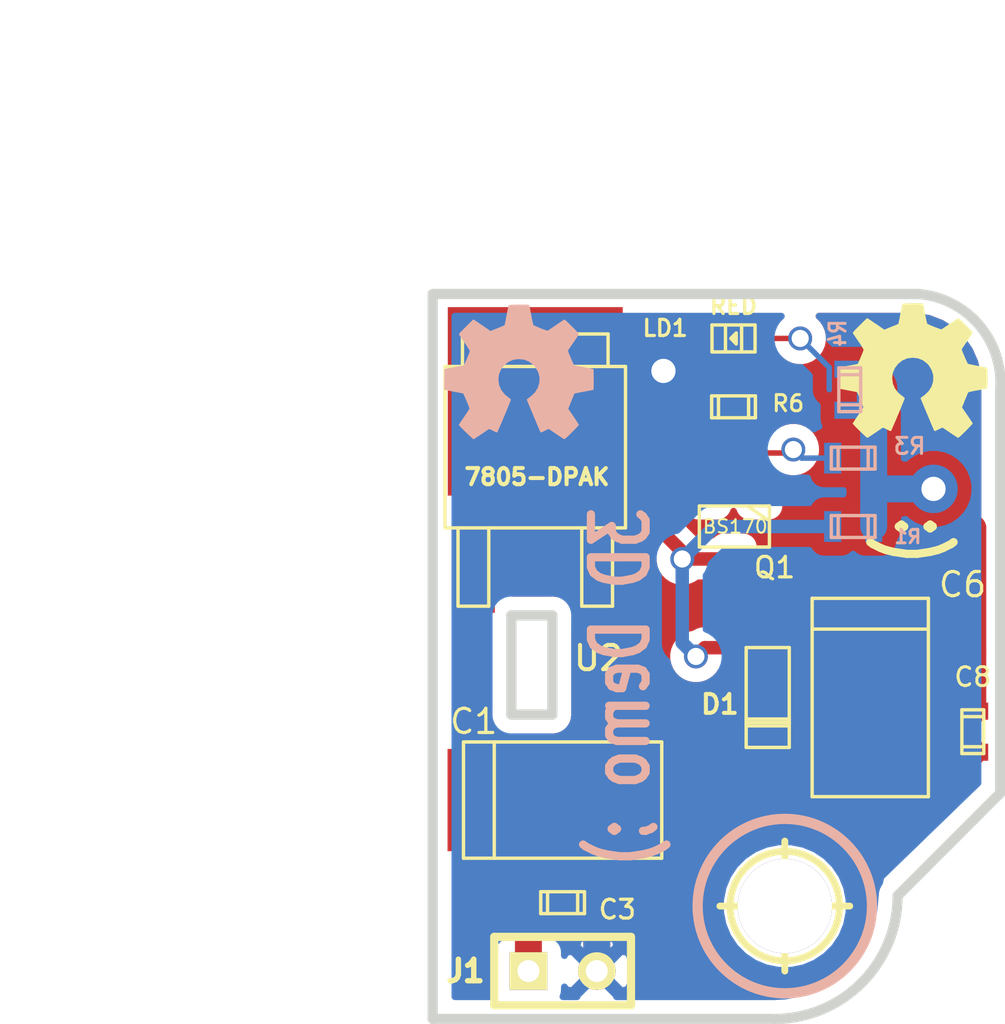
<source format=kicad_pcb>
(kicad_pcb (version 20171130) (host pcbnew "(5.1.12-235-gb66a45ef1c)")

  (general
    (thickness 1.6002)
    (drawings 19)
    (tracks 71)
    (zones 0)
    (modules 16)
    (nets 7)
  )

  (page A4)
  (layers
    (0 Front signal)
    (31 Back signal)
    (32 B.Adhes user)
    (33 F.Adhes user)
    (34 B.Paste user)
    (35 F.Paste user)
    (36 B.SilkS user)
    (37 F.SilkS user)
    (38 B.Mask user)
    (39 F.Mask user)
    (40 Dwgs.User user)
    (41 Cmts.User user)
    (42 Eco1.User user)
    (43 Eco2.User user)
    (44 Edge.Cuts user)
  )

  (setup
    (last_trace_width 0.2032)
    (trace_clearance 0.254)
    (zone_clearance 0.508)
    (zone_45_only no)
    (trace_min 0.2032)
    (via_size 0.889)
    (via_drill 0.635)
    (via_min_size 0.889)
    (via_min_drill 0.508)
    (uvia_size 0.508)
    (uvia_drill 0.127)
    (uvias_allowed no)
    (uvia_min_size 0.508)
    (uvia_min_drill 0.127)
    (edge_width 0.381)
    (segment_width 0.381)
    (pcb_text_width 0.3048)
    (pcb_text_size 1.524 2.032)
    (mod_edge_width 0.381)
    (mod_text_size 1.524 1.524)
    (mod_text_width 0.3048)
    (pad_size 3.50012 3.50012)
    (pad_drill 3.500119)
    (pad_to_mask_clearance 0.254)
    (aux_axis_origin 147.974 105.528)
    (grid_origin 147.974 105.528)
    (visible_elements 7FFFFFFF)
    (pcbplotparams
      (layerselection 0x00030_80000001)
      (usegerberextensions true)
      (usegerberattributes true)
      (usegerberadvancedattributes true)
      (creategerberjobfile true)
      (excludeedgelayer true)
      (linewidth 0.150000)
      (plotframeref false)
      (viasonmask false)
      (mode 1)
      (useauxorigin false)
      (hpglpennumber 1)
      (hpglpenspeed 20)
      (hpglpendiameter 15.000000)
      (psnegative false)
      (psa4output false)
      (plotreference true)
      (plotvalue true)
      (plotinvisibletext false)
      (padsonsilk false)
      (subtractmaskfromsilk false)
      (outputformat 1)
      (mirror false)
      (drillshape 1)
      (scaleselection 1)
      (outputdirectory ""))
  )

  (net 0 "")
  (net 1 +12V)
  (net 2 5V)
  (net 3 ENP)
  (net 4 GND)
  (net 5 N-000002)
  (net 6 N-000003)

  (net_class Default "This is the default net class."
    (clearance 0.254)
    (trace_width 0.2032)
    (via_dia 0.889)
    (via_drill 0.635)
    (uvia_dia 0.508)
    (uvia_drill 0.127)
    (add_net ENP)
    (add_net N-000003)
  )

  (net_class pwr ""
    (clearance 0.254)
    (trace_width 1.00076)
    (via_dia 1.80086)
    (via_drill 0.89916)
    (uvia_dia 0.508)
    (uvia_drill 0.127)
    (add_net +12V)
    (add_net 5V)
    (add_net GND)
  )

  (net_class pwr1 ""
    (clearance 0.254)
    (trace_width 0.50038)
    (via_dia 0.889)
    (via_drill 0.635)
    (uvia_dia 0.508)
    (uvia_drill 0.127)
    (add_net N-000002)
  )

  (module cap_0603 (layer Front) (tedit 513E620F) (tstamp 5134F0E9)
    (at 139.7 105.41 180)
    (descr "SMT resistor, 0603")
    (path /5118BBDA)
    (fp_text reference C3 (at -2.032 -0.254) (layer F.SilkS)
      (effects (font (size 0.7 0.7) (thickness 0.119)))
    )
    (fp_text value 100N (at 0 0.6096 180) (layer F.SilkS) hide
      (effects (font (size 0.20066 0.20066) (thickness 0.04064)))
    )
    (fp_line (start -0.8128 0.4064) (end -0.8128 -0.4064) (layer F.SilkS) (width 0.127))
    (fp_line (start 0.8128 0.4064) (end -0.8128 0.4064) (layer F.SilkS) (width 0.127))
    (fp_line (start 0.8128 -0.4064) (end 0.8128 0.4064) (layer F.SilkS) (width 0.127))
    (fp_line (start -0.8128 -0.4064) (end 0.8128 -0.4064) (layer F.SilkS) (width 0.127))
    (fp_line (start -0.5588 -0.381) (end -0.5588 0.4064) (layer F.SilkS) (width 0.127))
    (fp_line (start 0.5588 0.4064) (end 0.5588 -0.4064) (layer F.SilkS) (width 0.127))
    (pad 1 smd rect (at 0.762 0 180) (size 0.635 1.143) (layers Front F.Paste F.Mask)
      (net 1 +12V))
    (pad 2 smd rect (at -0.762 0 180) (size 0.635 1.143) (layers Front F.Paste F.Mask)
      (net 4 GND))
    (model ${KIPRJMOD}/shapes/cap_0603.wrl
      (at (xyz 0 0 0))
      (scale (xyz 1 1 1))
      (rotate (xyz 0 0 0))
    )
  )

  (module d-pak (layer Front) (tedit 51618028) (tstamp 5134F156)
    (at 138.684 88.011)
    (descr D-pak)
    (path /511AB155)
    (fp_text reference U2 (at 2.3495 8.3185) (layer F.SilkS)
      (effects (font (size 0.9 0.9) (thickness 0.15)))
    )
    (fp_text value 7805-DPAK (at 0.0635 1.5875) (layer F.SilkS)
      (effects (font (size 0.6 0.6) (thickness 0.15)))
    )
    (fp_line (start 3.3528 3.4798) (end -3.3528 3.4798) (layer F.SilkS) (width 0.127))
    (fp_line (start -3.3528 -2.5146) (end -3.3528 3.4798) (layer F.SilkS) (width 0.127))
    (fp_line (start 3.3528 -2.5146) (end -3.3528 -2.5146) (layer F.SilkS) (width 0.127))
    (fp_line (start 3.3528 3.4798) (end 3.3528 -2.5146) (layer F.SilkS) (width 0.127))
    (fp_line (start -2.8702 3.4798) (end -2.8702 6.3881) (layer F.SilkS) (width 0.127))
    (fp_line (start -1.7272 6.3881) (end -1.7272 3.4798) (layer F.SilkS) (width 0.127))
    (fp_line (start -2.8702 6.3881) (end -1.7272 6.3881) (layer F.SilkS) (width 0.127))
    (fp_line (start 1.7272 6.3881) (end 2.8702 6.3881) (layer F.SilkS) (width 0.127))
    (fp_line (start 2.8702 6.3881) (end 2.8702 3.4798) (layer F.SilkS) (width 0.127))
    (fp_line (start 1.7272 3.4798) (end 1.7272 6.3881) (layer F.SilkS) (width 0.127))
    (fp_line (start 2.7051 -3.7211) (end 2.7051 -2.5146) (layer F.SilkS) (width 0.127))
    (fp_line (start -2.7051 -3.7211) (end 2.7051 -3.7211) (layer F.SilkS) (width 0.127))
    (fp_line (start -2.7051 -2.5273) (end -2.7051 -3.7211) (layer F.SilkS) (width 0.127))
    (pad 1 smd rect (at -2.30124 5.0292) (size 1.6002 3.2004) (layers Front F.Paste F.Mask)
      (net 1 +12V))
    (pad 3 smd rect (at 2.30124 5.0292) (size 1.6002 3.2004) (layers Front F.Paste F.Mask)
      (net 2 5V))
    (pad 2 smd rect (at 0 -1.2192) (size 6.49986 7.00024) (layers Front F.Paste F.Mask)
      (net 5 N-000002))
    (model ${KIPRJMOD}/shapes/dpak-to252.wrl
      (at (xyz 0 0 0))
      (scale (xyz 1 1 1))
      (rotate (xyz 0 0 0))
    )
  )

  (module LOGO (layer Back) (tedit 515D4405) (tstamp 515D439E)
    (at 138.0744 85.6996)
    (descr "OSHW LOGO")
    (tags "Open Source Hardware Logo")
    (fp_text reference G*** (at 0 2.0828) (layer B.SilkS) hide
      (effects (font (size 0.254 0.254) (thickness 0.0508)) (justify mirror))
    )
    (fp_text value LOGO (at 0 2.4384) (layer B.SilkS) hide
      (effects (font (size 0.254 0.254) (thickness 0.0508)) (justify mirror))
    )
    (fp_poly (pts (xy -1.68656 2.49936) (xy -1.65608 2.48412) (xy -1.59258 2.44348) (xy -1.4986 2.38252)
      (xy -1.38938 2.30886) (xy -1.27762 2.23266) (xy -1.18872 2.1717) (xy -1.12522 2.13106)
      (xy -1.09728 2.11836) (xy -1.08458 2.12344) (xy -1.03124 2.14884) (xy -0.95504 2.18694)
      (xy -0.91186 2.2098) (xy -0.84074 2.24028) (xy -0.80772 2.24536) (xy -0.8001 2.23774)
      (xy -0.7747 2.1844) (xy -0.7366 2.09296) (xy -0.68326 1.97104) (xy -0.6223 1.83134)
      (xy -0.5588 1.67894) (xy -0.49276 1.524) (xy -0.4318 1.37414) (xy -0.37846 1.24206)
      (xy -0.33528 1.13284) (xy -0.3048 1.05918) (xy -0.29464 1.02616) (xy -0.29718 1.01854)
      (xy -0.33274 0.98552) (xy -0.3937 0.9398) (xy -0.52578 0.83312) (xy -0.65532 0.67056)
      (xy -0.73406 0.48514) (xy -0.762 0.28194) (xy -0.73914 0.09144) (xy -0.66294 -0.09144)
      (xy -0.53594 -0.254) (xy -0.38354 -0.37592) (xy -0.2032 -0.45466) (xy 0 -0.47752)
      (xy 0.19304 -0.4572) (xy 0.37846 -0.38354) (xy 0.54356 -0.25908) (xy 0.61214 -0.1778)
      (xy 0.70866 -0.0127) (xy 0.762 0.1651) (xy 0.76962 0.21082) (xy 0.75946 0.4064)
      (xy 0.70358 0.59182) (xy 0.59944 0.75946) (xy 0.4572 0.89662) (xy 0.43942 0.91186)
      (xy 0.37084 0.96012) (xy 0.32766 0.99568) (xy 0.2921 1.02362) (xy 0.54102 1.62306)
      (xy 0.58166 1.71704) (xy 0.65024 1.88214) (xy 0.70866 2.02184) (xy 0.75692 2.1336)
      (xy 0.78994 2.2098) (xy 0.80518 2.24028) (xy 0.80772 2.24028) (xy 0.82804 2.24536)
      (xy 0.87376 2.22758) (xy 0.95758 2.18694) (xy 1.01346 2.159) (xy 1.07696 2.12852)
      (xy 1.1049 2.11836) (xy 1.1303 2.13106) (xy 1.19126 2.16916) (xy 1.28016 2.23012)
      (xy 1.38684 2.30378) (xy 1.48844 2.37236) (xy 1.58242 2.43332) (xy 1.651 2.4765)
      (xy 1.68402 2.49428) (xy 1.6891 2.49428) (xy 1.71958 2.47904) (xy 1.77292 2.43332)
      (xy 1.8542 2.35712) (xy 1.97104 2.24282) (xy 1.98882 2.22504) (xy 2.0828 2.12852)
      (xy 2.159 2.04724) (xy 2.21234 1.99136) (xy 2.23012 1.96342) (xy 2.21234 1.9304)
      (xy 2.16916 1.86436) (xy 2.1082 1.76784) (xy 2.032 1.65608) (xy 1.83388 1.36906)
      (xy 1.9431 1.09728) (xy 1.97612 1.01346) (xy 2.0193 0.91186) (xy 2.04978 0.84074)
      (xy 2.06502 0.80772) (xy 2.0955 0.79756) (xy 2.16916 0.77978) (xy 2.27838 0.75692)
      (xy 2.40792 0.73406) (xy 2.52984 0.7112) (xy 2.63906 0.69088) (xy 2.72034 0.67564)
      (xy 2.7559 0.66802) (xy 2.76606 0.66294) (xy 2.77114 0.64516) (xy 2.77622 0.60706)
      (xy 2.77876 0.54102) (xy 2.7813 0.43434) (xy 2.7813 0.28194) (xy 2.7813 0.26416)
      (xy 2.77876 0.11684) (xy 2.77622 0.00254) (xy 2.77368 -0.07366) (xy 2.7686 -0.10414)
      (xy 2.73304 -0.11176) (xy 2.6543 -0.12954) (xy 2.54508 -0.14986) (xy 2.413 -0.17526)
      (xy 2.40284 -0.1778) (xy 2.2733 -0.2032) (xy 2.16154 -0.22606) (xy 2.08534 -0.24384)
      (xy 2.05232 -0.254) (xy 2.0447 -0.26416) (xy 2.0193 -0.31496) (xy 1.9812 -0.39624)
      (xy 1.93802 -0.4953) (xy 1.89484 -0.59944) (xy 1.85674 -0.69088) (xy 1.83134 -0.762)
      (xy 1.82372 -0.79248) (xy 1.82626 -0.79248) (xy 1.84404 -0.8255) (xy 1.88976 -0.89408)
      (xy 1.95326 -0.98806) (xy 2.032 -1.09982) (xy 2.03708 -1.10744) (xy 2.11328 -1.2192)
      (xy 2.17424 -1.31318) (xy 2.21488 -1.38176) (xy 2.23012 -1.41224) (xy 2.20472 -1.44526)
      (xy 2.14884 -1.50876) (xy 2.06756 -1.59512) (xy 1.9685 -1.69164) (xy 1.93802 -1.72212)
      (xy 1.83134 -1.8288) (xy 1.75514 -1.89738) (xy 1.70942 -1.93548) (xy 1.68656 -1.9431)
      (xy 1.68402 -1.9431) (xy 1.651 -1.92278) (xy 1.58242 -1.87706) (xy 1.4859 -1.81102)
      (xy 1.37414 -1.73482) (xy 1.36652 -1.72974) (xy 1.25476 -1.65354) (xy 1.16078 -1.59004)
      (xy 1.09474 -1.54686) (xy 1.0668 -1.52908) (xy 1.06172 -1.52908) (xy 1.016 -1.54432)
      (xy 0.93726 -1.57226) (xy 0.84074 -1.60782) (xy 0.7366 -1.651) (xy 0.64516 -1.6891)
      (xy 0.57404 -1.72212) (xy 0.54102 -1.7399) (xy 0.54102 -1.74244) (xy 0.52832 -1.78054)
      (xy 0.508 -1.86436) (xy 0.48514 -1.97866) (xy 0.45974 -2.11582) (xy 0.45466 -2.13868)
      (xy 0.42926 -2.27076) (xy 0.40894 -2.37998) (xy 0.3937 -2.45618) (xy 0.38608 -2.48666)
      (xy 0.36576 -2.49174) (xy 0.30226 -2.49682) (xy 0.2032 -2.49936) (xy 0.08382 -2.49936)
      (xy -0.04064 -2.49936) (xy -0.1651 -2.49682) (xy -0.26924 -2.49174) (xy -0.34544 -2.48666)
      (xy -0.37592 -2.48158) (xy -0.37592 -2.47904) (xy -0.38862 -2.4384) (xy -0.4064 -2.35458)
      (xy -0.42926 -2.24028) (xy -0.4572 -2.10312) (xy -0.46228 -2.07772) (xy -0.48514 -1.94564)
      (xy -0.508 -1.83896) (xy -0.52324 -1.76276) (xy -0.5334 -1.73482) (xy -0.54356 -1.7272)
      (xy -0.59944 -1.70434) (xy -0.68834 -1.66624) (xy -0.79756 -1.62306) (xy -1.05156 -1.51892)
      (xy -1.36398 -1.73482) (xy -1.39446 -1.7526) (xy -1.50622 -1.8288) (xy -1.59766 -1.8923)
      (xy -1.66116 -1.93294) (xy -1.6891 -1.94818) (xy -1.69164 -1.94564) (xy -1.72212 -1.92024)
      (xy -1.78308 -1.86182) (xy -1.86944 -1.778) (xy -1.96596 -1.68148) (xy -2.03962 -1.60782)
      (xy -2.12598 -1.52146) (xy -2.17932 -1.46304) (xy -2.2098 -1.42494) (xy -2.21996 -1.40208)
      (xy -2.21742 -1.38684) (xy -2.1971 -1.35382) (xy -2.15138 -1.28524) (xy -2.08788 -1.19126)
      (xy -2.01168 -1.0795) (xy -1.94818 -0.98806) (xy -1.88214 -0.88392) (xy -1.83642 -0.80772)
      (xy -1.82118 -0.77216) (xy -1.82626 -0.75692) (xy -1.84658 -0.69596) (xy -1.88468 -0.60198)
      (xy -1.9304 -0.49276) (xy -2.03962 -0.24638) (xy -2.20218 -0.21336) (xy -2.30124 -0.19558)
      (xy -2.4384 -0.17018) (xy -2.56794 -0.14478) (xy -2.77368 -0.10414) (xy -2.7813 0.6477)
      (xy -2.75082 0.66294) (xy -2.72034 0.67056) (xy -2.64414 0.68834) (xy -2.53492 0.70866)
      (xy -2.40792 0.73406) (xy -2.2987 0.75438) (xy -2.18694 0.7747) (xy -2.1082 0.78994)
      (xy -2.07264 0.79756) (xy -2.06502 0.80772) (xy -2.03708 0.86106) (xy -1.99898 0.94742)
      (xy -1.9558 1.04902) (xy -1.91008 1.15316) (xy -1.87198 1.25222) (xy -1.84404 1.32588)
      (xy -1.83388 1.36398) (xy -1.84912 1.39192) (xy -1.8923 1.45796) (xy -1.95326 1.5494)
      (xy -2.02692 1.65862) (xy -2.10058 1.76784) (xy -2.16408 1.86182) (xy -2.20726 1.92786)
      (xy -2.22758 1.95834) (xy -2.21742 1.9812) (xy -2.17424 2.032) (xy -2.09042 2.11836)
      (xy -1.9685 2.24028) (xy -1.94818 2.25806) (xy -1.85166 2.35204) (xy -1.76784 2.42824)
      (xy -1.71196 2.47904) (xy -1.68656 2.49936)) (layer B.SilkS) (width 0.00254))
  )

  (module LOGO (layer Front) (tedit 515D3DC1) (tstamp 515D33EF)
    (at 152.7048 85.6488)
    (descr "OSHW LOGO")
    (tags "Open Source Hardware Logo")
    (fp_text reference G*** (at 0 2.95148) (layer F.SilkS) hide
      (effects (font (size 0.254 0.254) (thickness 0.0508)))
    )
    (fp_text value LOGO (at 0 1.7272) (layer F.SilkS) hide
      (effects (font (size 0.254 0.254) (thickness 0.0508)))
    )
    (fp_poly (pts (xy -1.68656 2.49936) (xy -1.65608 2.48412) (xy -1.59258 2.44348) (xy -1.4986 2.38252)
      (xy -1.38938 2.30886) (xy -1.27762 2.23266) (xy -1.18872 2.1717) (xy -1.12522 2.13106)
      (xy -1.09728 2.11836) (xy -1.08458 2.12344) (xy -1.03124 2.14884) (xy -0.95504 2.18694)
      (xy -0.91186 2.2098) (xy -0.84074 2.24028) (xy -0.80772 2.24536) (xy -0.8001 2.23774)
      (xy -0.7747 2.1844) (xy -0.7366 2.09296) (xy -0.68326 1.97104) (xy -0.6223 1.83134)
      (xy -0.5588 1.67894) (xy -0.49276 1.524) (xy -0.4318 1.37414) (xy -0.37846 1.24206)
      (xy -0.33528 1.13284) (xy -0.3048 1.05918) (xy -0.29464 1.02616) (xy -0.29718 1.01854)
      (xy -0.33274 0.98552) (xy -0.3937 0.9398) (xy -0.52578 0.83312) (xy -0.65532 0.67056)
      (xy -0.73406 0.48514) (xy -0.762 0.28194) (xy -0.73914 0.09144) (xy -0.66294 -0.09144)
      (xy -0.53594 -0.254) (xy -0.38354 -0.37592) (xy -0.2032 -0.45466) (xy 0 -0.47752)
      (xy 0.19304 -0.4572) (xy 0.37846 -0.38354) (xy 0.54356 -0.25908) (xy 0.61214 -0.1778)
      (xy 0.70866 -0.0127) (xy 0.762 0.1651) (xy 0.76962 0.21082) (xy 0.75946 0.4064)
      (xy 0.70358 0.59182) (xy 0.59944 0.75946) (xy 0.4572 0.89662) (xy 0.43942 0.91186)
      (xy 0.37084 0.96012) (xy 0.32766 0.99568) (xy 0.2921 1.02362) (xy 0.54102 1.62306)
      (xy 0.58166 1.71704) (xy 0.65024 1.88214) (xy 0.70866 2.02184) (xy 0.75692 2.1336)
      (xy 0.78994 2.2098) (xy 0.80518 2.24028) (xy 0.80772 2.24028) (xy 0.82804 2.24536)
      (xy 0.87376 2.22758) (xy 0.95758 2.18694) (xy 1.01346 2.159) (xy 1.07696 2.12852)
      (xy 1.1049 2.11836) (xy 1.1303 2.13106) (xy 1.19126 2.16916) (xy 1.28016 2.23012)
      (xy 1.38684 2.30378) (xy 1.48844 2.37236) (xy 1.58242 2.43332) (xy 1.651 2.4765)
      (xy 1.68402 2.49428) (xy 1.6891 2.49428) (xy 1.71958 2.47904) (xy 1.77292 2.43332)
      (xy 1.8542 2.35712) (xy 1.97104 2.24282) (xy 1.98882 2.22504) (xy 2.0828 2.12852)
      (xy 2.159 2.04724) (xy 2.21234 1.99136) (xy 2.23012 1.96342) (xy 2.21234 1.9304)
      (xy 2.16916 1.86436) (xy 2.1082 1.76784) (xy 2.032 1.65608) (xy 1.83388 1.36906)
      (xy 1.9431 1.09728) (xy 1.97612 1.01346) (xy 2.0193 0.91186) (xy 2.04978 0.84074)
      (xy 2.06502 0.80772) (xy 2.0955 0.79756) (xy 2.16916 0.77978) (xy 2.27838 0.75692)
      (xy 2.40792 0.73406) (xy 2.52984 0.7112) (xy 2.63906 0.69088) (xy 2.72034 0.67564)
      (xy 2.7559 0.66802) (xy 2.76606 0.66294) (xy 2.77114 0.64516) (xy 2.77622 0.60706)
      (xy 2.77876 0.54102) (xy 2.7813 0.43434) (xy 2.7813 0.28194) (xy 2.7813 0.26416)
      (xy 2.77876 0.11684) (xy 2.77622 0.00254) (xy 2.77368 -0.07366) (xy 2.7686 -0.10414)
      (xy 2.73304 -0.11176) (xy 2.6543 -0.12954) (xy 2.54508 -0.14986) (xy 2.413 -0.17526)
      (xy 2.40284 -0.1778) (xy 2.2733 -0.2032) (xy 2.16154 -0.22606) (xy 2.08534 -0.24384)
      (xy 2.05232 -0.254) (xy 2.0447 -0.26416) (xy 2.0193 -0.31496) (xy 1.9812 -0.39624)
      (xy 1.93802 -0.4953) (xy 1.89484 -0.59944) (xy 1.85674 -0.69088) (xy 1.83134 -0.762)
      (xy 1.82372 -0.79248) (xy 1.82626 -0.79248) (xy 1.84404 -0.8255) (xy 1.88976 -0.89408)
      (xy 1.95326 -0.98806) (xy 2.032 -1.09982) (xy 2.03708 -1.10744) (xy 2.11328 -1.2192)
      (xy 2.17424 -1.31318) (xy 2.21488 -1.38176) (xy 2.23012 -1.41224) (xy 2.20472 -1.44526)
      (xy 2.14884 -1.50876) (xy 2.06756 -1.59512) (xy 1.9685 -1.69164) (xy 1.93802 -1.72212)
      (xy 1.83134 -1.8288) (xy 1.75514 -1.89738) (xy 1.70942 -1.93548) (xy 1.68656 -1.9431)
      (xy 1.68402 -1.9431) (xy 1.651 -1.92278) (xy 1.58242 -1.87706) (xy 1.4859 -1.81102)
      (xy 1.37414 -1.73482) (xy 1.36652 -1.72974) (xy 1.25476 -1.65354) (xy 1.16078 -1.59004)
      (xy 1.09474 -1.54686) (xy 1.0668 -1.52908) (xy 1.06172 -1.52908) (xy 1.016 -1.54432)
      (xy 0.93726 -1.57226) (xy 0.84074 -1.60782) (xy 0.7366 -1.651) (xy 0.64516 -1.6891)
      (xy 0.57404 -1.72212) (xy 0.54102 -1.7399) (xy 0.54102 -1.74244) (xy 0.52832 -1.78054)
      (xy 0.508 -1.86436) (xy 0.48514 -1.97866) (xy 0.45974 -2.11582) (xy 0.45466 -2.13868)
      (xy 0.42926 -2.27076) (xy 0.40894 -2.37998) (xy 0.3937 -2.45618) (xy 0.38608 -2.48666)
      (xy 0.36576 -2.49174) (xy 0.30226 -2.49682) (xy 0.2032 -2.49936) (xy 0.08382 -2.49936)
      (xy -0.04064 -2.49936) (xy -0.1651 -2.49682) (xy -0.26924 -2.49174) (xy -0.34544 -2.48666)
      (xy -0.37592 -2.48158) (xy -0.37592 -2.47904) (xy -0.38862 -2.4384) (xy -0.4064 -2.35458)
      (xy -0.42926 -2.24028) (xy -0.4572 -2.10312) (xy -0.46228 -2.07772) (xy -0.48514 -1.94564)
      (xy -0.508 -1.83896) (xy -0.52324 -1.76276) (xy -0.5334 -1.73482) (xy -0.54356 -1.7272)
      (xy -0.59944 -1.70434) (xy -0.68834 -1.66624) (xy -0.79756 -1.62306) (xy -1.05156 -1.51892)
      (xy -1.36398 -1.73482) (xy -1.39446 -1.7526) (xy -1.50622 -1.8288) (xy -1.59766 -1.8923)
      (xy -1.66116 -1.93294) (xy -1.6891 -1.94818) (xy -1.69164 -1.94564) (xy -1.72212 -1.92024)
      (xy -1.78308 -1.86182) (xy -1.86944 -1.778) (xy -1.96596 -1.68148) (xy -2.03962 -1.60782)
      (xy -2.12598 -1.52146) (xy -2.17932 -1.46304) (xy -2.2098 -1.42494) (xy -2.21996 -1.40208)
      (xy -2.21742 -1.38684) (xy -2.1971 -1.35382) (xy -2.15138 -1.28524) (xy -2.08788 -1.19126)
      (xy -2.01168 -1.0795) (xy -1.94818 -0.98806) (xy -1.88214 -0.88392) (xy -1.83642 -0.80772)
      (xy -1.82118 -0.77216) (xy -1.82626 -0.75692) (xy -1.84658 -0.69596) (xy -1.88468 -0.60198)
      (xy -1.9304 -0.49276) (xy -2.03962 -0.24638) (xy -2.20218 -0.21336) (xy -2.30124 -0.19558)
      (xy -2.4384 -0.17018) (xy -2.56794 -0.14478) (xy -2.77368 -0.10414) (xy -2.7813 0.6477)
      (xy -2.75082 0.66294) (xy -2.72034 0.67056) (xy -2.64414 0.68834) (xy -2.53492 0.70866)
      (xy -2.40792 0.73406) (xy -2.2987 0.75438) (xy -2.18694 0.7747) (xy -2.1082 0.78994)
      (xy -2.07264 0.79756) (xy -2.06502 0.80772) (xy -2.03708 0.86106) (xy -1.99898 0.94742)
      (xy -1.9558 1.04902) (xy -1.91008 1.15316) (xy -1.87198 1.25222) (xy -1.84404 1.32588)
      (xy -1.83388 1.36398) (xy -1.84912 1.39192) (xy -1.8923 1.45796) (xy -1.95326 1.5494)
      (xy -2.02692 1.65862) (xy -2.10058 1.76784) (xy -2.16408 1.86182) (xy -2.20726 1.92786)
      (xy -2.22758 1.95834) (xy -2.21742 1.9812) (xy -2.17424 2.032) (xy -2.09042 2.11836)
      (xy -1.9685 2.24028) (xy -1.94818 2.25806) (xy -1.85166 2.35204) (xy -1.76784 2.42824)
      (xy -1.71196 2.47904) (xy -1.68656 2.49936)) (layer F.SilkS) (width 0.00254))
  )

  (module hole_3mm5 (layer Front) (tedit 64413070) (tstamp 515EA9F6)
    (at 147.955 105.537)
    (descr "Hole 3.5mm")
    (path hole_3mm5)
    (fp_text reference hole_3mm5 (at 0 -3.81) (layer F.SilkS) hide
      (effects (font (size 0.7 0.7) (thickness 0.175)))
    )
    (fp_text value VAL** (at 0 3.302) (layer F.SilkS) hide
      (effects (font (size 1.524 1.524) (thickness 0.3048)))
    )
    (fp_circle (center 0 0) (end 2.032 0) (layer F.SilkS) (width 0.254))
    (fp_line (start -2.413 0) (end 2.413 0) (layer F.SilkS) (width 0.254))
    (fp_line (start 0 -2.413) (end 0 2.413) (layer F.SilkS) (width 0.254))
    (pad "" np_thru_hole circle (at 0 0) (size 3.50012 3.50012) (drill 3.500119) (layers *.Cu *.Mask))
  )

  (module SOT23-GSD (layer Front) (tedit 515D55CF) (tstamp 5134EE9B)
    (at 146.05 91.44)
    (tags SOT23-GSD)
    (path /511BBBD4)
    (fp_text reference Q1 (at 1.524 1.524) (layer F.SilkS)
      (effects (font (size 0.762 0.762) (thickness 0.11938)))
    )
    (fp_text value BS170 (at 0.0635 0) (layer F.SilkS)
      (effects (font (size 0.50038 0.50038) (thickness 0.0762)))
    )
    (fp_line (start -1.27 0.762) (end -1.27 -0.762) (layer F.SilkS) (width 0.127))
    (fp_line (start 1.3335 0.762) (end -1.27 0.762) (layer F.SilkS) (width 0.127))
    (fp_line (start 1.3335 -0.762) (end 1.3335 0.762) (layer F.SilkS) (width 0.127))
    (fp_line (start -1.27 -0.762) (end 1.3335 -0.762) (layer F.SilkS) (width 0.127))
    (fp_line (start 0.508 -0.762) (end 1.27 -0.254) (layer F.SilkS) (width 0.127))
    (pad 3 smd rect (at 0 1.27 180) (size 0.70104 1.00076) (layers Front F.Paste F.Mask)
      (net 5 N-000002))
    (pad 2 smd rect (at -0.9525 -1.27 180) (size 0.70104 1.00076) (layers Front F.Paste F.Mask)
      (net 4 GND))
    (pad 1 smd rect (at 0.9525 -1.27 180) (size 0.70104 1.00076) (layers Front F.Paste F.Mask)
      (net 3 ENP))
    (model ${KIPRJMOD}/shapes/sot23.wrl
      (at (xyz 0 0 0))
      (scale (xyz 1 1 1))
      (rotate (xyz 0 0 0))
    )
  )

  (module sod80c (layer Front) (tedit 513E621D) (tstamp 5134EE9E)
    (at 147.32 97.79 270)
    (descr SOD80C)
    (path /5118BC37)
    (fp_text reference D1 (at 0.254 1.778) (layer F.SilkS)
      (effects (font (size 0.70104 0.70104) (thickness 0.14986)))
    )
    (fp_text value 1N4148 (at 0.0254 1.397 270) (layer F.SilkS) hide
      (effects (font (size 0.70104 0.70104) (thickness 0.14986)))
    )
    (fp_line (start 1.8542 0.8001) (end 1.8542 -0.8001) (layer F.SilkS) (width 0.127))
    (fp_line (start -1.8542 0.8001) (end 1.8542 0.8001) (layer F.SilkS) (width 0.127))
    (fp_line (start -1.8542 -0.8001) (end -1.8542 0.8001) (layer F.SilkS) (width 0.127))
    (fp_line (start 1.8542 -0.8001) (end -1.8542 -0.8001) (layer F.SilkS) (width 0.127))
    (fp_line (start 0.8001 -0.8001) (end 0.8001 0.8001) (layer F.SilkS) (width 0.127))
    (fp_line (start 0.9271 0.8001) (end 0.9271 -0.8001) (layer F.SilkS) (width 0.127))
    (fp_line (start 1.0541 -0.8001) (end 1.0541 0.8001) (layer F.SilkS) (width 0.127))
    (pad 1 smd rect (at -1.84912 0 270) (size 1.00076 1.99898) (layers Front F.Paste F.Mask)
      (net 5 N-000002))
    (pad 2 smd rect (at 1.84912 0 270) (size 1.00076 1.99898) (layers Front F.Paste F.Mask)
      (net 4 GND))
    (model ${KIPRJMOD}/shapes/sod80.wrl
      (at (xyz 0 0 0))
      (scale (xyz 1 1 1))
      (rotate (xyz 0 0 0))
    )
  )

  (module r_0603 (layer Back) (tedit 51447FF1) (tstamp 5134EE9F)
    (at 150.495 88.9)
    (descr "SMT resistor, 0603")
    (path /511BBAE9)
    (fp_text reference R3 (at 2.0955 -0.4445) (layer B.SilkS)
      (effects (font (size 0.6 0.6) (thickness 0.11)) (justify mirror))
    )
    (fp_text value 12K (at 0 -0.6096) (layer B.SilkS) hide
      (effects (font (size 0.20066 0.20066) (thickness 0.04064)) (justify mirror))
    )
    (fp_line (start -0.8128 -0.4064) (end -0.8128 0.4064) (layer B.SilkS) (width 0.127))
    (fp_line (start 0.8128 -0.4064) (end -0.8128 -0.4064) (layer B.SilkS) (width 0.127))
    (fp_line (start 0.8128 0.4064) (end 0.8128 -0.4064) (layer B.SilkS) (width 0.127))
    (fp_line (start -0.8128 0.4064) (end 0.8128 0.4064) (layer B.SilkS) (width 0.127))
    (fp_line (start -0.5588 0.381) (end -0.5588 -0.4064) (layer B.SilkS) (width 0.127))
    (fp_line (start 0.5588 -0.4064) (end 0.5588 0.4064) (layer B.SilkS) (width 0.127))
    (pad 1 smd rect (at 0.762 0) (size 0.635 1.143) (layers Back B.Paste B.Mask)
      (net 2 5V))
    (pad 2 smd rect (at -0.762 0) (size 0.635 1.143) (layers Back B.Paste B.Mask)
      (net 3 ENP))
    (model ${KIPRJMOD}/shapes/res_0603.wrl
      (at (xyz 0 0 0))
      (scale (xyz 1 1 1))
      (rotate (xyz 0 0 0))
    )
  )

  (module r_0603 (layer Back) (tedit 51447FF5) (tstamp 5134EEA1)
    (at 150.368 86.36 90)
    (descr "SMT resistor, 0603")
    (path /511C0780)
    (fp_text reference R4 (at 2.0955 -0.4445 90) (layer B.SilkS)
      (effects (font (size 0.6 0.5) (thickness 0.11)) (justify mirror))
    )
    (fp_text value 470 (at 0 -0.6096 90) (layer B.SilkS) hide
      (effects (font (size 0.20066 0.20066) (thickness 0.04064)) (justify mirror))
    )
    (fp_line (start -0.8128 -0.4064) (end -0.8128 0.4064) (layer B.SilkS) (width 0.127))
    (fp_line (start 0.8128 -0.4064) (end -0.8128 -0.4064) (layer B.SilkS) (width 0.127))
    (fp_line (start 0.8128 0.4064) (end 0.8128 -0.4064) (layer B.SilkS) (width 0.127))
    (fp_line (start -0.8128 0.4064) (end 0.8128 0.4064) (layer B.SilkS) (width 0.127))
    (fp_line (start -0.5588 0.381) (end -0.5588 -0.4064) (layer B.SilkS) (width 0.127))
    (fp_line (start 0.5588 -0.4064) (end 0.5588 0.4064) (layer B.SilkS) (width 0.127))
    (pad 1 smd rect (at 0.762 0 90) (size 0.635 1.143) (layers Back B.Paste B.Mask)
      (net 2 5V))
    (pad 2 smd rect (at -0.762 0 90) (size 0.635 1.143) (layers Back B.Paste B.Mask)
      (net 6 N-000003))
    (model ${KIPRJMOD}/shapes/res_0603.wrl
      (at (xyz 0 0 0))
      (scale (xyz 1 1 1))
      (rotate (xyz 0 0 0))
    )
  )

  (module r_0603 (layer Back) (tedit 5144820A) (tstamp 5134EEA7)
    (at 150.495 91.44)
    (descr "SMT resistor, 0603")
    (path /5118B9B6)
    (fp_text reference R1 (at 2.032 0.381) (layer B.SilkS)
      (effects (font (size 0.5 0.5) (thickness 0.11)) (justify mirror))
    )
    (fp_text value 470 (at 0 -0.6096) (layer B.SilkS) hide
      (effects (font (size 0.20066 0.20066) (thickness 0.04064)) (justify mirror))
    )
    (fp_line (start -0.8128 -0.4064) (end -0.8128 0.4064) (layer B.SilkS) (width 0.127))
    (fp_line (start 0.8128 -0.4064) (end -0.8128 -0.4064) (layer B.SilkS) (width 0.127))
    (fp_line (start 0.8128 0.4064) (end 0.8128 -0.4064) (layer B.SilkS) (width 0.127))
    (fp_line (start -0.8128 0.4064) (end 0.8128 0.4064) (layer B.SilkS) (width 0.127))
    (fp_line (start -0.5588 0.381) (end -0.5588 -0.4064) (layer B.SilkS) (width 0.127))
    (fp_line (start 0.5588 -0.4064) (end 0.5588 0.4064) (layer B.SilkS) (width 0.127))
    (pad 1 smd rect (at 0.762 0) (size 0.635 1.143) (layers Back B.Paste B.Mask)
      (net 2 5V))
    (pad 2 smd rect (at -0.762 0) (size 0.635 1.143) (layers Back B.Paste B.Mask)
      (net 5 N-000002))
    (model ${KIPRJMOD}/shapes/res_0603.wrl
      (at (xyz 0 0 0))
      (scale (xyz 1 1 1))
      (rotate (xyz 0 0 0))
    )
  )

  (module r_0603 (layer Front) (tedit 513E6297) (tstamp 5134EEA9)
    (at 146.05 86.995)
    (descr "SMT resistor, 0603")
    (path /511CAAE7)
    (fp_text reference R6 (at 2.032 -0.127) (layer F.SilkS)
      (effects (font (size 0.6 0.6) (thickness 0.11)))
    )
    (fp_text value 1K (at 0 0.6096) (layer F.SilkS) hide
      (effects (font (size 0.20066 0.20066) (thickness 0.04064)))
    )
    (fp_line (start -0.8128 0.4064) (end -0.8128 -0.4064) (layer F.SilkS) (width 0.127))
    (fp_line (start 0.8128 0.4064) (end -0.8128 0.4064) (layer F.SilkS) (width 0.127))
    (fp_line (start 0.8128 -0.4064) (end 0.8128 0.4064) (layer F.SilkS) (width 0.127))
    (fp_line (start -0.8128 -0.4064) (end 0.8128 -0.4064) (layer F.SilkS) (width 0.127))
    (fp_line (start -0.5588 -0.381) (end -0.5588 0.4064) (layer F.SilkS) (width 0.127))
    (fp_line (start 0.5588 0.4064) (end 0.5588 -0.4064) (layer F.SilkS) (width 0.127))
    (pad 1 smd rect (at 0.762 0) (size 0.635 1.143) (layers Front F.Paste F.Mask)
      (net 3 ENP))
    (pad 2 smd rect (at -0.762 0) (size 0.635 1.143) (layers Front F.Paste F.Mask)
      (net 4 GND))
    (model ${KIPRJMOD}/shapes/res_0603.wrl
      (at (xyz 0 0 0))
      (scale (xyz 1 1 1))
      (rotate (xyz 0 0 0))
    )
  )

  (module Led_0603 (layer Front) (tedit 5591D364) (tstamp 5134EEAA)
    (at 146.05 84.455 180)
    (descr "SMD LED, 0603")
    (path /511C0704)
    (fp_text reference LD1 (at 2.54 0.381 180) (layer F.SilkS)
      (effects (font (size 0.59944 0.59944) (thickness 0.11938)))
    )
    (fp_text value RED (at 0 1.19888 180) (layer F.SilkS)
      (effects (font (size 0.59944 0.59944) (thickness 0.11938)))
    )
    (fp_line (start -0.8001 0.50038) (end -0.8001 -0.50038) (layer F.SilkS) (width 0.127))
    (fp_line (start 0.8001 0.50038) (end -0.8001 0.50038) (layer F.SilkS) (width 0.127))
    (fp_line (start 0.8001 -0.50038) (end 0.8001 0.50038) (layer F.SilkS) (width 0.127))
    (fp_line (start -0.8001 -0.50038) (end 0.8001 -0.50038) (layer F.SilkS) (width 0.127))
    (fp_line (start 0.09906 0) (end -0.09906 -0.20066) (layer F.SilkS) (width 0.127))
    (fp_line (start -0.09906 0.20066) (end 0.09906 0) (layer F.SilkS) (width 0.127))
    (fp_line (start -0.09906 -0.20066) (end -0.09906 0.20066) (layer F.SilkS) (width 0.127))
    (fp_line (start 0 0.09906) (end 0 -0.09906) (layer F.SilkS) (width 0.127))
    (fp_line (start -0.29972 -0.50038) (end -0.29972 0.50038) (layer F.SilkS) (width 0.127))
    (fp_line (start 0.29972 0.50038) (end 0.29972 -0.50038) (layer F.SilkS) (width 0.127))
    (pad 1 smd rect (at -0.7493 0 180) (size 0.79756 0.79756) (layers Front F.Paste F.Mask)
      (net 6 N-000003))
    (pad 2 smd rect (at 0.7493 0 180) (size 0.79756 0.79756) (layers Front F.Paste F.Mask)
      (net 4 GND))
    (model ${KIPRJMOD}/shapes/led0603.wrl
      (at (xyz 0 0 0))
      (scale (xyz 1 1 1))
      (rotate (xyz 0 0 0))
    )
  )

  (module c_tant_D (layer Front) (tedit 515E7D99) (tstamp 5134EEAD)
    (at 151.13 97.79 90)
    (descr "SMT capacitor, tantalum size D")
    (path /5118BBD7)
    (fp_text reference C6 (at 4.191 3.429 180) (layer F.SilkS)
      (effects (font (size 0.9 0.9) (thickness 0.11938)))
    )
    (fp_text value 47u (at 0 2.7305 90) (layer F.SilkS) hide
      (effects (font (size 0.50038 0.50038) (thickness 0.11938)))
    )
    (fp_line (start 3.683 -2.159) (end -3.683 -2.159) (layer F.SilkS) (width 0.127))
    (fp_line (start 3.683 2.159) (end 3.683 -2.159) (layer F.SilkS) (width 0.127))
    (fp_line (start -3.683 2.159) (end 3.683 2.159) (layer F.SilkS) (width 0.127))
    (fp_line (start -3.683 -2.159) (end -3.683 2.159) (layer F.SilkS) (width 0.127))
    (fp_line (start 2.54 -2.159) (end 2.54 2.159) (layer F.SilkS) (width 0.127))
    (pad 1 smd rect (at 2.99974 0 90) (size 2.55016 3.79984) (layers Front F.Paste F.Mask)
      (net 2 5V))
    (pad 2 smd rect (at -2.99974 0 90) (size 2.55016 3.79984) (layers Front F.Paste F.Mask)
      (net 4 GND))
    (model ${KIPRJMOD}/shapes/c_tant_D.wrl
      (at (xyz 0 0 0))
      (scale (xyz 1 1 1))
      (rotate (xyz 0 0 0))
    )
  )

  (module c_tant_D (layer Front) (tedit 515EAB3B) (tstamp 5134EEAF)
    (at 139.7 101.6 180)
    (descr "SMT capacitor, tantalum size D")
    (path /5118BBD4)
    (fp_text reference C1 (at 3.302 2.921 180) (layer F.SilkS)
      (effects (font (size 0.9 0.9) (thickness 0.11938)))
    )
    (fp_text value 47u (at 0 2.7305 180) (layer F.SilkS) hide
      (effects (font (size 0.50038 0.50038) (thickness 0.11938)))
    )
    (fp_line (start 3.683 -2.159) (end -3.683 -2.159) (layer F.SilkS) (width 0.127))
    (fp_line (start 3.683 2.159) (end 3.683 -2.159) (layer F.SilkS) (width 0.127))
    (fp_line (start -3.683 2.159) (end 3.683 2.159) (layer F.SilkS) (width 0.127))
    (fp_line (start -3.683 -2.159) (end -3.683 2.159) (layer F.SilkS) (width 0.127))
    (fp_line (start 2.54 -2.159) (end 2.54 2.159) (layer F.SilkS) (width 0.127))
    (pad 1 smd rect (at 2.99974 0 180) (size 2.55016 3.79984) (layers Front F.Paste F.Mask)
      (net 1 +12V))
    (pad 2 smd rect (at -2.99974 0 180) (size 2.55016 3.79984) (layers Front F.Paste F.Mask)
      (net 4 GND))
    (model ${KIPRJMOD}/shapes/c_tant_D.wrl
      (at (xyz 0 0 0))
      (scale (xyz 1 1 1))
      (rotate (xyz 0 0 0))
    )
  )

  (module cap_0603 (layer Front) (tedit 513E6255) (tstamp 5134F0E7)
    (at 154.94 99.06 90)
    (descr "SMT resistor, 0603")
    (path /5118BBDE)
    (fp_text reference C8 (at 2.032 0 180) (layer F.SilkS)
      (effects (font (size 0.7 0.7) (thickness 0.11)))
    )
    (fp_text value 100N (at 0 0.6096 90) (layer F.SilkS) hide
      (effects (font (size 0.20066 0.20066) (thickness 0.04064)))
    )
    (fp_line (start -0.8128 0.4064) (end -0.8128 -0.4064) (layer F.SilkS) (width 0.127))
    (fp_line (start 0.8128 0.4064) (end -0.8128 0.4064) (layer F.SilkS) (width 0.127))
    (fp_line (start 0.8128 -0.4064) (end 0.8128 0.4064) (layer F.SilkS) (width 0.127))
    (fp_line (start -0.8128 -0.4064) (end 0.8128 -0.4064) (layer F.SilkS) (width 0.127))
    (fp_line (start -0.5588 -0.381) (end -0.5588 0.4064) (layer F.SilkS) (width 0.127))
    (fp_line (start 0.5588 0.4064) (end 0.5588 -0.4064) (layer F.SilkS) (width 0.127))
    (pad 1 smd rect (at 0.762 0 90) (size 0.635 1.143) (layers Front F.Paste F.Mask)
      (net 2 5V))
    (pad 2 smd rect (at -0.762 0 90) (size 0.635 1.143) (layers Front F.Paste F.Mask)
      (net 4 GND))
    (model ${KIPRJMOD}/shapes/cap_0603.wrl
      (at (xyz 0 0 0))
      (scale (xyz 1 1 1))
      (rotate (xyz 0 0 0))
    )
  )

  (module SIL-2 (layer Front) (tedit 515D3E55) (tstamp 5134F1F4)
    (at 139.7 107.95)
    (descr "Connecteurs 2 pins")
    (tags "CONN DEV")
    (path /5134EDC5)
    (fp_text reference J1 (at -3.6068 0) (layer F.SilkS)
      (effects (font (size 0.8 0.8) (thickness 0.2)))
    )
    (fp_text value Alim (at 0 -2.54) (layer F.SilkS) hide
      (effects (font (size 1.524 1.016) (thickness 0.254)))
    )
    (fp_line (start 2.54 1.27) (end -2.54 1.27) (layer F.SilkS) (width 0.3048))
    (fp_line (start 2.54 -1.27) (end 2.54 1.27) (layer F.SilkS) (width 0.3048))
    (fp_line (start -2.54 -1.27) (end 2.54 -1.27) (layer F.SilkS) (width 0.3048))
    (fp_line (start -2.54 1.27) (end -2.54 -1.27) (layer F.SilkS) (width 0.3048))
    (pad 1 thru_hole rect (at -1.27 0) (size 1.397 1.397) (drill 0.812799) (layers *.Cu *.Mask F.SilkS)
      (net 1 +12V))
    (pad 2 thru_hole circle (at 1.27 0) (size 1.397 1.397) (drill 0.812799) (layers *.Cu *.Mask F.SilkS)
      (net 4 GND))
  )

  (dimension 21.082 (width 0.3048) (layer Cmts.User)
    (gr_text "21,082 mm" (at 145.415 74.3204) (layer Cmts.User)
      (effects (font (size 2.032 1.524) (thickness 0.3048)))
    )
    (feature1 (pts (xy 155.956 81.534) (xy 155.956 72.6948)))
    (feature2 (pts (xy 134.874 81.534) (xy 134.874 72.6948)))
    (crossbar (pts (xy 134.874 75.946) (xy 155.956 75.946)))
    (arrow1a (pts (xy 155.956 75.946) (xy 154.829496 76.532421)))
    (arrow1b (pts (xy 155.956 75.946) (xy 154.829496 75.359579)))
    (arrow2a (pts (xy 134.874 75.946) (xy 136.000504 76.532421)))
    (arrow2b (pts (xy 134.874 75.946) (xy 136.000504 75.359579)))
  )
  (dimension 26.924 (width 0.3048) (layer Cmts.User)
    (gr_text "26,924 mm" (at 125.4379 96.266 270) (layer Cmts.User)
      (effects (font (size 2.032 1.524) (thickness 0.3048)))
    )
    (feature1 (pts (xy 133.0325 109.728) (xy 123.8123 109.728)))
    (feature2 (pts (xy 133.0325 82.804) (xy 123.8123 82.804)))
    (crossbar (pts (xy 127.0635 82.804) (xy 127.0635 109.728)))
    (arrow1a (pts (xy 127.0635 109.728) (xy 126.477079 108.601496)))
    (arrow1b (pts (xy 127.0635 109.728) (xy 127.649921 108.601496)))
    (arrow2a (pts (xy 127.0635 82.804) (xy 126.477079 83.930504)))
    (arrow2b (pts (xy 127.0635 82.804) (xy 127.649921 83.930504)))
  )
  (gr_circle (center 147.955 105.537) (end 149.479 108.3945) (layer B.SilkS) (width 0.381))
  (gr_line (start 137.795 94.742) (end 137.795 98.425) (angle 90) (layer Edge.Cuts) (width 0.381))
  (gr_line (start 139.319 94.742) (end 137.795 94.742) (angle 90) (layer Edge.Cuts) (width 0.381))
  (gr_line (start 139.319 96.393) (end 139.319 94.742) (angle 90) (layer Edge.Cuts) (width 0.381))
  (gr_line (start 137.922 98.425) (end 137.795 98.425) (angle 90) (layer Edge.Cuts) (width 0.381))
  (gr_line (start 139.319 98.425) (end 137.922 98.425) (angle 90) (layer Edge.Cuts) (width 0.381))
  (gr_line (start 139.319 96.393) (end 139.319 98.425) (angle 90) (layer Edge.Cuts) (width 0.381))
  (gr_line (start 155.956 101.346) (end 155.956 86.36) (angle 90) (layer Edge.Cuts) (width 0.381))
  (gr_line (start 152.146 105.156) (end 155.956 101.346) (angle 90) (layer Edge.Cuts) (width 0.381))
  (gr_line (start 147.574 109.728) (end 134.874 109.728) (angle 90) (layer Edge.Cuts) (width 0.381))
  (gr_arc (start 147.574 105.156) (end 152.146 105.156) (angle 90) (layer Edge.Cuts) (width 0.381))
  (gr_line (start 134.874 82.804) (end 152.908 82.804) (angle 90) (layer Edge.Cuts) (width 0.381))
  (gr_arc (start 152.654 86.106) (end 152.908 82.804) (angle 90) (layer Edge.Cuts) (width 0.381))
  (gr_line (start 134.874 82.804) (end 134.874 109.728) (angle 90) (layer Edge.Cuts) (width 0.381))
  (gr_circle (center 147.955 105.537) (end 148.59 108.712) (layer Dwgs.User) (width 0.381) (tstamp 515EA9DF))
  (gr_text ":)" (at 152.527 91.948 90) (layer F.SilkS)
    (effects (font (size 2.032 1.524) (thickness 0.3048)) (justify mirror))
  )
  (gr_text "3D Demo ;)" (at 141.859 97.409 90) (layer B.SilkS)
    (effects (font (size 2.032 1.524) (thickness 0.3048)) (justify mirror))
  )

  (segment (start 138.43 107.95) (end 138.43 106.4895) (width 1.00076) (layer Front) (net 1))
  (segment (start 138.43 106.4895) (end 137.9855 106.045) (width 1.00076) (layer Front) (net 1))
  (segment (start 138.938 105.41) (end 138.6205 105.41) (width 1.00076) (layer Front) (net 1))
  (segment (start 138.6205 105.41) (end 137.9855 106.045) (width 1.00076) (layer Front) (net 1))
  (segment (start 136.70026 101.6) (end 136.70026 104.75976) (width 1.00076) (layer Front) (net 1))
  (segment (start 136.70026 104.75976) (end 137.9855 106.045) (width 1.00076) (layer Front) (net 1))
  (segment (start 136.70026 101.6) (end 136.31926 101.219) (width 1.00076) (layer Front) (net 1))
  (segment (start 136.31926 101.219) (end 136.31926 93.1037) (width 1.00076) (layer Front) (net 1))
  (segment (start 151.257 88.9) (end 151.257 87.249) (width 1.00076) (layer Back) (net 2))
  (segment (start 151.13 87.122) (end 151.13 86.36) (width 1.00076) (layer Back) (net 2) (tstamp 51447F68))
  (segment (start 151.257 87.249) (end 151.13 87.122) (width 1.00076) (layer Back) (net 2) (tstamp 51447F67))
  (segment (start 151.257 90.043) (end 151.257 88.9) (width 1.00076) (layer Back) (net 2))
  (segment (start 154.94 96.0755) (end 154.94 91.5035) (width 1.00076) (layer Front) (net 2))
  (segment (start 151.257 90.043) (end 151.257 91.44) (width 1.00076) (layer Back) (net 2) (tstamp 51447F0E))
  (segment (start 153.4795 90.043) (end 151.257 90.043) (width 1.00076) (layer Back) (net 2) (tstamp 51447F0D))
  (via (at 153.4795 90.043) (size 1.80086) (drill 0.89916) (layers Front Back) (net 2))
  (segment (start 154.94 91.5035) (end 153.4795 90.043) (width 1.00076) (layer Front) (net 2) (tstamp 51447F07))
  (segment (start 141.6177 93.1037) (end 142.875 94.361) (width 1.00076) (layer Front) (net 2))
  (segment (start 154.94 98.298) (end 154.94 96.0755) (width 1.00076) (layer Front) (net 2))
  (segment (start 151.13 94.79026) (end 150.90394 94.5642) (width 1.00076) (layer Front) (net 2))
  (segment (start 154.94 96.0755) (end 153.65476 94.79026) (width 1.00076) (layer Front) (net 2))
  (segment (start 153.65476 94.79026) (end 151.13 94.79026) (width 1.00076) (layer Front) (net 2))
  (segment (start 142.875 94.361) (end 150.70074 94.361) (width 1.00076) (layer Front) (net 2))
  (segment (start 150.70074 94.361) (end 151.13 94.79026) (width 1.00076) (layer Front) (net 2))
  (segment (start 140.92174 93.1037) (end 141.6177 93.1037) (width 1.00076) (layer Front) (net 2))
  (segment (start 149.733 88.9) (end 148.59 88.9) (width 0.2032) (layer Back) (net 3))
  (segment (start 148.1455 88.7095) (end 147.0025 88.7095) (width 0.2032) (layer Front) (net 3) (tstamp 51447F8C))
  (segment (start 148.2725 88.5825) (end 148.1455 88.7095) (width 0.2032) (layer Front) (net 3) (tstamp 51447F8B))
  (via (at 148.2725 88.5825) (size 0.889) (drill 0.635) (layers Front Back) (net 3))
  (segment (start 148.59 88.9) (end 148.2725 88.5825) (width 0.2032) (layer Back) (net 3) (tstamp 51447F85))
  (segment (start 147.0025 90.17) (end 147.0025 88.7095) (width 0.2032) (layer Front) (net 3))
  (segment (start 147.0025 88.7095) (end 147.0025 87.1855) (width 0.2032) (layer Front) (net 3) (tstamp 51447F8F))
  (segment (start 147.0025 87.1855) (end 146.812 86.995) (width 0.2032) (layer Front) (net 3) (tstamp 51447EF7))
  (segment (start 140.97 107.95) (end 140.97 105.918) (width 1.00076) (layer Front) (net 4))
  (segment (start 147.32 99.63912) (end 149.97938 99.63912) (width 1.00076) (layer Front) (net 4))
  (segment (start 142.69974 104.18826) (end 142.69974 101.6) (width 1.00076) (layer Front) (net 4))
  (segment (start 149.97938 99.63912) (end 151.13 100.78974) (width 1.00076) (layer Front) (net 4))
  (segment (start 140.462 105.41) (end 140.97 105.918) (width 1.00076) (layer Front) (net 4))
  (segment (start 151.13 100.78974) (end 153.97226 100.78974) (width 1.00076) (layer Front) (net 4))
  (segment (start 145.3007 84.455) (end 145.3007 86.9823) (width 1.00076) (layer Front) (net 4))
  (segment (start 142.69974 101.6) (end 145.35912 101.6) (width 1.00076) (layer Front) (net 4))
  (segment (start 153.97226 100.78974) (end 154.94 99.822) (width 1.00076) (layer Front) (net 4))
  (segment (start 144.653 84.455) (end 145.3007 84.455) (width 1.00076) (layer Front) (net 4))
  (segment (start 145.3007 86.9823) (end 145.0975 87.1855) (width 1.00076) (layer Front) (net 4))
  (segment (start 145.0975 87.1855) (end 145.0975 90.17) (width 1.00076) (layer Front) (net 4))
  (segment (start 145.35912 101.6) (end 147.32 99.63912) (width 1.00076) (layer Front) (net 4))
  (segment (start 142.69974 101.6) (end 142.6845 101.58476) (width 1.00076) (layer Front) (net 4))
  (segment (start 140.97 105.918) (end 142.69974 104.18826) (width 1.00076) (layer Front) (net 4))
  (segment (start 140.97 107.95) (end 140.97 88.138) (width 1.00076) (layer Back) (net 4))
  (segment (start 140.97 88.138) (end 143.4465 85.6615) (width 1.00076) (layer Back) (net 4))
  (segment (start 143.4465 85.6615) (end 144.653 84.455) (width 1.00076) (layer Front) (net 4))
  (via (at 143.4465 85.6615) (size 1.80086) (drill 0.89916) (layers Front Back) (net 4))
  (segment (start 149.733 91.44) (end 145.3515 91.44) (width 0.50038) (layer Back) (net 5))
  (segment (start 145.3515 91.44) (end 144.145 92.6465) (width 0.50038) (layer Back) (net 5) (tstamp 51447F7C))
  (segment (start 144.97812 95.94088) (end 144.653 96.266) (width 0.50038) (layer Front) (net 5))
  (segment (start 145.9865 92.6465) (end 144.145 92.6465) (width 0.50038) (layer Front) (net 5))
  (via (at 144.653 96.266) (size 0.889) (drill 0.635) (layers Front Back) (net 5))
  (segment (start 144.653 96.266) (end 144.145 95.758) (width 0.50038) (layer Back) (net 5))
  (segment (start 144.145 95.758) (end 144.145 92.6465) (width 0.50038) (layer Back) (net 5))
  (via (at 144.145 92.6465) (size 0.889) (drill 0.635) (layers Front Back) (net 5))
  (segment (start 144.08912 92.70238) (end 144.08912 92.70492) (width 0.50038) (layer Front) (net 5))
  (segment (start 147.32 95.94088) (end 144.97812 95.94088) (width 0.50038) (layer Front) (net 5))
  (segment (start 144.0942 92.71) (end 144.08912 92.70492) (width 0.50038) (layer Front) (net 5))
  (segment (start 144.145 92.3798) (end 138.6205 86.8553) (width 0.50038) (layer Front) (net 5))
  (segment (start 144.145 92.6465) (end 144.145 92.3798) (width 0.50038) (layer Front) (net 5))
  (segment (start 144.145 92.6465) (end 144.08912 92.70238) (width 0.50038) (layer Front) (net 5))
  (segment (start 146.05 92.71) (end 145.9865 92.6465) (width 0.50038) (layer Front) (net 5))
  (segment (start 146.7993 84.455) (end 148.5265 84.455) (width 0.2032) (layer Front) (net 6))
  (segment (start 149.606 85.5345) (end 149.606 86.36) (width 0.2032) (layer Back) (net 6) (tstamp 51447FD2))
  (segment (start 148.5265 84.455) (end 149.606 85.5345) (width 0.2032) (layer Back) (net 6) (tstamp 51447FD1))
  (via (at 148.5265 84.455) (size 0.889) (drill 0.635) (layers Front Back) (net 6))

  (zone (net 4) (net_name GND) (layer Back) (tstamp 5144811A) (hatch edge 0.508)
    (connect_pads (clearance 0.508))
    (min_thickness 0.254)
    (fill yes (arc_segments 16) (thermal_gap 0.508) (thermal_bridge_width 0.508))
    (polygon
      (pts
        (xy 151.13 106.934) (xy 148.844 109.22) (xy 135.255 109.22) (xy 135.255 83.185) (xy 152.654 83.185)
        (xy 154.559 84.074) (xy 155.575 85.852) (xy 155.575 100.711) (xy 151.638 104.521)
      )
    )
    (filled_polygon
      (pts
        (xy 147.687998 83.766859) (xy 147.56986 83.943665) (xy 147.488485 84.140122) (xy 147.447 84.348679) (xy 147.447 84.561321)
        (xy 147.488485 84.769878) (xy 147.56986 84.966335) (xy 147.687998 85.143141) (xy 147.838359 85.293502) (xy 148.015165 85.41164)
        (xy 148.211622 85.493015) (xy 148.420179 85.5345) (xy 148.56429 85.5345) (xy 148.8694 85.83961) (xy 148.8694 86.396186)
        (xy 148.880059 86.504399) (xy 148.922179 86.643249) (xy 148.990577 86.771213) (xy 149.082626 86.883375) (xy 149.158428 86.945584)
        (xy 149.158428 87.4395) (xy 149.170688 87.563982) (xy 149.206998 87.68368) (xy 149.227463 87.721967) (xy 149.17132 87.738998)
        (xy 149.061006 87.797963) (xy 149.035521 87.818878) (xy 148.960641 87.743998) (xy 148.783835 87.62586) (xy 148.587378 87.544485)
        (xy 148.378821 87.503) (xy 148.166179 87.503) (xy 147.957622 87.544485) (xy 147.761165 87.62586) (xy 147.584359 87.743998)
        (xy 147.433998 87.894359) (xy 147.31586 88.071165) (xy 147.234485 88.267622) (xy 147.193 88.476179) (xy 147.193 88.688821)
        (xy 147.234485 88.897378) (xy 147.31586 89.093835) (xy 147.433998 89.270641) (xy 147.584359 89.421002) (xy 147.761165 89.53914)
        (xy 147.957622 89.620515) (xy 148.166179 89.662) (xy 148.378821 89.662) (xy 148.522178 89.633484) (xy 148.59 89.640164)
        (xy 148.626186 89.6366) (xy 148.802009 89.6366) (xy 148.825998 89.71568) (xy 148.884963 89.825994) (xy 148.964315 89.922685)
        (xy 149.061006 90.002037) (xy 149.17132 90.061002) (xy 149.291018 90.097312) (xy 149.4155 90.109572) (xy 150.0505 90.109572)
        (xy 150.12162 90.102568) (xy 150.12162 90.237432) (xy 150.0505 90.230428) (xy 149.4155 90.230428) (xy 149.291018 90.242688)
        (xy 149.17132 90.278998) (xy 149.061006 90.337963) (xy 148.964315 90.417315) (xy 148.884963 90.514006) (xy 148.863152 90.55481)
        (xy 145.394978 90.55481) (xy 145.3515 90.550528) (xy 145.308022 90.55481) (xy 145.308014 90.55481) (xy 145.177972 90.567618)
        (xy 145.011113 90.618234) (xy 144.857335 90.70043) (xy 144.756325 90.783327) (xy 144.756321 90.783331) (xy 144.722548 90.811048)
        (xy 144.69483 90.844822) (xy 143.956258 91.583395) (xy 143.830122 91.608485) (xy 143.633665 91.68986) (xy 143.456859 91.807998)
        (xy 143.306498 91.958359) (xy 143.18836 92.135165) (xy 143.106985 92.331622) (xy 143.0655 92.540179) (xy 143.0655 92.752821)
        (xy 143.106985 92.961378) (xy 143.18836 93.157835) (xy 143.259811 93.264769) (xy 143.25981 95.714522) (xy 143.255528 95.758)
        (xy 143.25981 95.801478) (xy 143.25981 95.801485) (xy 143.272618 95.931527) (xy 143.323234 96.098386) (xy 143.40543 96.252164)
        (xy 143.516048 96.386952) (xy 143.549828 96.414675) (xy 143.589895 96.454741) (xy 143.614985 96.580878) (xy 143.69636 96.777335)
        (xy 143.814498 96.954141) (xy 143.964859 97.104502) (xy 144.141665 97.22264) (xy 144.338122 97.304015) (xy 144.546679 97.3455)
        (xy 144.759321 97.3455) (xy 144.967878 97.304015) (xy 145.164335 97.22264) (xy 145.341141 97.104502) (xy 145.491502 96.954141)
        (xy 145.60964 96.777335) (xy 145.691015 96.580878) (xy 145.7325 96.372321) (xy 145.7325 96.159679) (xy 145.691015 95.951122)
        (xy 145.60964 95.754665) (xy 145.491502 95.577859) (xy 145.341141 95.427498) (xy 145.164335 95.30936) (xy 145.03019 95.253795)
        (xy 145.03019 93.264767) (xy 145.10164 93.157835) (xy 145.183015 92.961378) (xy 145.208105 92.835242) (xy 145.718158 92.32519)
        (xy 148.863152 92.32519) (xy 148.884963 92.365994) (xy 148.964315 92.462685) (xy 149.061006 92.542037) (xy 149.17132 92.601002)
        (xy 149.291018 92.637312) (xy 149.4155 92.649572) (xy 150.0505 92.649572) (xy 150.174982 92.637312) (xy 150.29468 92.601002)
        (xy 150.404994 92.542037) (xy 150.495 92.468171) (xy 150.585006 92.542037) (xy 150.69532 92.601002) (xy 150.815018 92.637312)
        (xy 150.9395 92.649572) (xy 151.5745 92.649572) (xy 151.698982 92.637312) (xy 151.81868 92.601002) (xy 151.928994 92.542037)
        (xy 152.025685 92.462685) (xy 152.105037 92.365994) (xy 152.164002 92.25568) (xy 152.200312 92.135982) (xy 152.206621 92.071927)
        (xy 152.311029 91.876593) (xy 152.375951 91.662573) (xy 152.39238 91.49577) (xy 152.39238 91.17838) (xy 152.443455 91.17838)
        (xy 152.500721 91.235646) (xy 152.752201 91.40368) (xy 153.031632 91.519424) (xy 153.328273 91.57843) (xy 153.630727 91.57843)
        (xy 153.927368 91.519424) (xy 154.206799 91.40368) (xy 154.458279 91.235646) (xy 154.672146 91.021779) (xy 154.84018 90.770299)
        (xy 154.955924 90.490868) (xy 155.01493 90.194227) (xy 155.01493 89.891773) (xy 154.955924 89.595132) (xy 154.84018 89.315701)
        (xy 154.672146 89.064221) (xy 154.458279 88.850354) (xy 154.206799 88.68232) (xy 153.927368 88.566576) (xy 153.630727 88.50757)
        (xy 153.328273 88.50757) (xy 153.031632 88.566576) (xy 152.752201 88.68232) (xy 152.500721 88.850354) (xy 152.443455 88.90762)
        (xy 152.39238 88.90762) (xy 152.39238 87.304762) (xy 152.397872 87.248999) (xy 152.39238 87.193237) (xy 152.39238 87.19323)
        (xy 152.375951 87.026427) (xy 152.311029 86.812407) (xy 152.26538 86.727004) (xy 152.26538 86.304231) (xy 152.248951 86.137428)
        (xy 152.184029 85.923407) (xy 152.078601 85.726165) (xy 151.936719 85.553281) (xy 151.763835 85.411399) (xy 151.577572 85.311839)
        (xy 151.577572 85.2805) (xy 151.565312 85.156018) (xy 151.529002 85.03632) (xy 151.470037 84.926006) (xy 151.390685 84.829315)
        (xy 151.293994 84.749963) (xy 151.18368 84.690998) (xy 151.063982 84.654688) (xy 150.9395 84.642428) (xy 149.7965 84.642428)
        (xy 149.759301 84.646092) (xy 149.606 84.49279) (xy 149.606 84.348679) (xy 149.564515 84.140122) (xy 149.48314 83.943665)
        (xy 149.365002 83.766859) (xy 149.227643 83.6295) (xy 152.835787 83.6295) (xy 153.321486 83.715131) (xy 153.77316 83.890312)
        (xy 154.182208 84.149889) (xy 154.533052 84.483978) (xy 154.812316 84.879841) (xy 155.009373 85.32241) (xy 155.116715 85.79483)
        (xy 155.131186 86.312487) (xy 155.130501 86.319447) (xy 155.1305 100.964429) (xy 151.549681 104.429738) (xy 151.533574 104.448721)
        (xy 151.52148 104.470483) (xy 151.513724 104.494837) (xy 151.476813 104.670164) (xy 151.456301 104.695158) (xy 151.379647 104.838567)
        (xy 151.332445 104.994174) (xy 151.316506 105.156) (xy 151.316773 105.158712) (xy 151.272481 105.640743) (xy 151.161986 106.165593)
        (xy 151.068412 106.497381) (xy 150.765453 107.111721) (xy 150.744165 107.140229) (xy 149.598569 108.285825) (xy 149.273293 108.491059)
        (xy 148.637076 108.744884) (xy 147.949252 108.881701) (xy 147.552377 108.9025) (xy 141.702395 108.9025) (xy 141.710592 108.870197)
        (xy 140.97 108.129605) (xy 140.229408 108.870197) (xy 140.237605 108.9025) (xy 139.712753 108.9025) (xy 139.718002 108.89268)
        (xy 139.754312 108.772982) (xy 139.766572 108.6485) (xy 139.766572 108.538487) (xy 139.816188 108.631314) (xy 140.049803 108.690592)
        (xy 140.790395 107.95) (xy 141.149605 107.95) (xy 141.890197 108.690592) (xy 142.123812 108.631314) (xy 142.234559 108.393125)
        (xy 142.296711 108.137907) (xy 142.307876 107.875467) (xy 142.267629 107.615893) (xy 142.177514 107.369158) (xy 142.123812 107.268686)
        (xy 141.890197 107.209408) (xy 141.149605 107.95) (xy 140.790395 107.95) (xy 140.049803 107.209408) (xy 139.816188 107.268686)
        (xy 139.766572 107.375398) (xy 139.766572 107.2515) (xy 139.754312 107.127018) (xy 139.724823 107.029803) (xy 140.229408 107.029803)
        (xy 140.97 107.770395) (xy 141.710592 107.029803) (xy 141.651314 106.796188) (xy 141.413125 106.685441) (xy 141.157907 106.623289)
        (xy 140.895467 106.612124) (xy 140.635893 106.652371) (xy 140.389158 106.742486) (xy 140.288686 106.796188) (xy 140.229408 107.029803)
        (xy 139.724823 107.029803) (xy 139.718002 107.00732) (xy 139.659037 106.897006) (xy 139.579685 106.800315) (xy 139.482994 106.720963)
        (xy 139.37268 106.661998) (xy 139.252982 106.625688) (xy 139.1285 106.613428) (xy 137.7315 106.613428) (xy 137.607018 106.625688)
        (xy 137.48732 106.661998) (xy 137.377006 106.720963) (xy 137.280315 106.800315) (xy 137.200963 106.897006) (xy 137.141998 107.00732)
        (xy 137.105688 107.127018) (xy 137.093428 107.2515) (xy 137.093428 108.6485) (xy 137.105688 108.772982) (xy 137.141998 108.89268)
        (xy 137.147247 108.9025) (xy 135.6995 108.9025) (xy 135.6995 105.302092) (xy 145.56994 105.302092) (xy 145.56994 105.771908)
        (xy 145.661597 106.232696) (xy 145.841387 106.666749) (xy 146.102403 107.057387) (xy 146.434613 107.389597) (xy 146.825251 107.650613)
        (xy 147.259304 107.830403) (xy 147.720092 107.92206) (xy 148.189908 107.92206) (xy 148.650696 107.830403) (xy 149.084749 107.650613)
        (xy 149.475387 107.389597) (xy 149.807597 107.057387) (xy 150.068613 106.666749) (xy 150.248403 106.232696) (xy 150.34006 105.771908)
        (xy 150.34006 105.302092) (xy 150.248403 104.841304) (xy 150.068613 104.407251) (xy 149.807597 104.016613) (xy 149.475387 103.684403)
        (xy 149.084749 103.423387) (xy 148.650696 103.243597) (xy 148.189908 103.15194) (xy 147.720092 103.15194) (xy 147.259304 103.243597)
        (xy 146.825251 103.423387) (xy 146.434613 103.684403) (xy 146.102403 104.016613) (xy 145.841387 104.407251) (xy 145.661597 104.841304)
        (xy 145.56994 105.302092) (xy 135.6995 105.302092) (xy 135.6995 94.742) (xy 136.965506 94.742) (xy 136.9695 94.782553)
        (xy 136.969501 98.384437) (xy 136.965506 98.425) (xy 136.981444 98.586826) (xy 137.028647 98.742434) (xy 137.105301 98.885842)
        (xy 137.208459 99.011541) (xy 137.334158 99.114699) (xy 137.477566 99.191353) (xy 137.633174 99.238556) (xy 137.754447 99.2505)
        (xy 137.795 99.254494) (xy 137.835553 99.2505) (xy 139.278447 99.2505) (xy 139.319 99.254494) (xy 139.480826 99.238556)
        (xy 139.636434 99.191353) (xy 139.779842 99.114699) (xy 139.905541 99.011541) (xy 140.008699 98.885842) (xy 140.085353 98.742434)
        (xy 140.132556 98.586826) (xy 140.1445 98.465553) (xy 140.148494 98.425) (xy 140.1445 98.384447) (xy 140.1445 94.782553)
        (xy 140.148494 94.742) (xy 140.132556 94.580174) (xy 140.085353 94.424566) (xy 140.008699 94.281158) (xy 139.905541 94.155459)
        (xy 139.779842 94.052301) (xy 139.636434 93.975647) (xy 139.480826 93.928444) (xy 139.359553 93.9165) (xy 139.319 93.912506)
        (xy 139.278447 93.9165) (xy 137.835553 93.9165) (xy 137.795 93.912506) (xy 137.754447 93.9165) (xy 137.633174 93.928444)
        (xy 137.477566 93.975647) (xy 137.334158 94.052301) (xy 137.208459 94.155459) (xy 137.105301 94.281158) (xy 137.028647 94.424566)
        (xy 136.981444 94.580174) (xy 136.965506 94.742) (xy 135.6995 94.742) (xy 135.6995 83.6295) (xy 147.825357 83.6295)
      )
    )
  )
  (zone (net 2) (net_name 5V) (layer Front) (tstamp 5144816C) (hatch edge 0.508)
    (connect_pads (clearance 0.508))
    (min_thickness 0.254)
    (fill yes (arc_segments 16) (thermal_gap 0.508) (thermal_bridge_width 0.508))
    (polygon
      (pts
        (xy 155.575 100.711) (xy 151.638 104.521) (xy 148.844 109.22) (xy 135.255 109.22) (xy 135.255 83.185)
        (xy 152.908 83.185) (xy 154.559 84.074) (xy 155.575 85.852)
      )
    )
    (filled_polygon
      (pts
        (xy 153.321486 83.715131) (xy 153.77316 83.890312) (xy 154.182208 84.149889) (xy 154.533052 84.483978) (xy 154.812316 84.879841)
        (xy 155.009373 85.32241) (xy 155.116715 85.79483) (xy 155.131186 86.312487) (xy 155.130501 86.319447) (xy 155.1305 97.44075)
        (xy 155.067 97.50425) (xy 155.067 98.171) (xy 155.087 98.171) (xy 155.087 98.425) (xy 155.067 98.425)
        (xy 155.067 98.445) (xy 154.813 98.445) (xy 154.813 98.425) (xy 153.89225 98.425) (xy 153.7335 98.58375)
        (xy 153.730428 98.6155) (xy 153.742688 98.739982) (xy 153.778998 98.85968) (xy 153.837963 98.969994) (xy 153.911829 99.06)
        (xy 153.837963 99.150006) (xy 153.778998 99.26032) (xy 153.742688 99.380018) (xy 153.739015 99.417316) (xy 153.665632 99.490698)
        (xy 153.655732 99.390178) (xy 153.619422 99.27048) (xy 153.560457 99.160166) (xy 153.481105 99.063475) (xy 153.384414 98.984123)
        (xy 153.2741 98.925158) (xy 153.154402 98.888848) (xy 153.02992 98.876588) (xy 150.822517 98.876588) (xy 150.821654 98.875725)
        (xy 150.786099 98.832401) (xy 150.613215 98.690519) (xy 150.415973 98.585091) (xy 150.201953 98.520169) (xy 150.03515 98.50374)
        (xy 150.035143 98.50374) (xy 149.97938 98.498248) (xy 149.923617 98.50374) (xy 148.350682 98.50374) (xy 148.31949 98.500668)
        (xy 147.34457 98.500668) (xy 147.319999 98.498248) (xy 147.295428 98.500668) (xy 146.32051 98.500668) (xy 146.196028 98.512928)
        (xy 146.07633 98.549238) (xy 145.966016 98.608203) (xy 145.869325 98.687555) (xy 145.789973 98.784246) (xy 145.731008 98.89456)
        (xy 145.694698 99.014258) (xy 145.682438 99.13874) (xy 145.682438 99.671012) (xy 144.888831 100.46462) (xy 144.612892 100.46462)
        (xy 144.612892 99.70008) (xy 144.600632 99.575598) (xy 144.564322 99.4559) (xy 144.505357 99.345586) (xy 144.426005 99.248895)
        (xy 144.329314 99.169543) (xy 144.219 99.110578) (xy 144.099302 99.074268) (xy 143.97482 99.062008) (xy 141.42466 99.062008)
        (xy 141.300178 99.074268) (xy 141.18048 99.110578) (xy 141.070166 99.169543) (xy 140.973475 99.248895) (xy 140.894123 99.345586)
        (xy 140.835158 99.4559) (xy 140.798848 99.575598) (xy 140.786588 99.70008) (xy 140.786588 103.49992) (xy 140.798848 103.624402)
        (xy 140.835158 103.7441) (xy 140.894123 103.854414) (xy 140.973475 103.951105) (xy 141.070166 104.030457) (xy 141.18048 104.089422)
        (xy 141.190016 104.092315) (xy 141.02997 104.25236) (xy 141.02368 104.248998) (xy 140.903982 104.212688) (xy 140.7795 104.200428)
        (xy 140.1445 104.200428) (xy 140.020018 104.212688) (xy 139.90032 104.248998) (xy 139.790006 104.307963) (xy 139.7 104.381829)
        (xy 139.609994 104.307963) (xy 139.49968 104.248998) (xy 139.379982 104.212688) (xy 139.2555 104.200428) (xy 138.6205 104.200428)
        (xy 138.496018 104.212688) (xy 138.37632 104.248998) (xy 138.266006 104.307963) (xy 138.221347 104.344614) (xy 138.183907 104.355971)
        (xy 138.000287 104.454118) (xy 137.83564 104.289471) (xy 137.83564 104.137992) (xy 137.97534 104.137992) (xy 138.099822 104.125732)
        (xy 138.21952 104.089422) (xy 138.329834 104.030457) (xy 138.426525 103.951105) (xy 138.505877 103.854414) (xy 138.564842 103.7441)
        (xy 138.601152 103.624402) (xy 138.613412 103.49992) (xy 138.613412 99.70008) (xy 138.601152 99.575598) (xy 138.564842 99.4559)
        (xy 138.505877 99.345586) (xy 138.427842 99.2505) (xy 139.278447 99.2505) (xy 139.319 99.254494) (xy 139.480826 99.238556)
        (xy 139.636434 99.191353) (xy 139.779842 99.114699) (xy 139.905541 99.011541) (xy 140.008699 98.885842) (xy 140.085353 98.742434)
        (xy 140.132556 98.586826) (xy 140.1445 98.465553) (xy 140.148494 98.425) (xy 140.1445 98.384447) (xy 140.1445 97.9805)
        (xy 153.730428 97.9805) (xy 153.7335 98.01225) (xy 153.89225 98.171) (xy 154.813 98.171) (xy 154.813 97.50425)
        (xy 154.65425 97.3455) (xy 154.3685 97.342428) (xy 154.244018 97.354688) (xy 154.12432 97.390998) (xy 154.014006 97.449963)
        (xy 153.917315 97.529315) (xy 153.837963 97.626006) (xy 153.778998 97.73632) (xy 153.742688 97.856018) (xy 153.730428 97.9805)
        (xy 140.1445 97.9805) (xy 140.1445 96.159679) (xy 143.5735 96.159679) (xy 143.5735 96.372321) (xy 143.614985 96.580878)
        (xy 143.69636 96.777335) (xy 143.814498 96.954141) (xy 143.964859 97.104502) (xy 144.141665 97.22264) (xy 144.338122 97.304015)
        (xy 144.546679 97.3455) (xy 144.759321 97.3455) (xy 144.967878 97.304015) (xy 145.164335 97.22264) (xy 145.341141 97.104502)
        (xy 145.491502 96.954141) (xy 145.577076 96.82607) (xy 145.814853 96.82607) (xy 145.869325 96.892445) (xy 145.966016 96.971797)
        (xy 146.07633 97.030762) (xy 146.196028 97.067072) (xy 146.32051 97.079332) (xy 148.31949 97.079332) (xy 148.443972 97.067072)
        (xy 148.56367 97.030762) (xy 148.673984 96.971797) (xy 148.770675 96.892445) (xy 148.850027 96.795754) (xy 148.908992 96.68544)
        (xy 148.927709 96.623738) (xy 148.9859 96.654842) (xy 149.105598 96.691152) (xy 149.23008 96.703412) (xy 150.84425 96.70034)
        (xy 151.003 96.54159) (xy 151.003 94.91726) (xy 151.257 94.91726) (xy 151.257 96.54159) (xy 151.41575 96.70034)
        (xy 153.02992 96.703412) (xy 153.154402 96.691152) (xy 153.2741 96.654842) (xy 153.384414 96.595877) (xy 153.481105 96.516525)
        (xy 153.560457 96.419834) (xy 153.619422 96.30952) (xy 153.655732 96.189822) (xy 153.667992 96.06534) (xy 153.66492 95.07601)
        (xy 153.50617 94.91726) (xy 151.257 94.91726) (xy 151.003 94.91726) (xy 148.75383 94.91726) (xy 148.721847 94.949243)
        (xy 148.673984 94.909963) (xy 148.56367 94.850998) (xy 148.443972 94.814688) (xy 148.31949 94.802428) (xy 146.32051 94.802428)
        (xy 146.196028 94.814688) (xy 146.07633 94.850998) (xy 145.966016 94.909963) (xy 145.869325 94.989315) (xy 145.814853 95.05569)
        (xy 145.021597 95.05569) (xy 144.978119 95.051408) (xy 144.934641 95.05569) (xy 144.934634 95.05569) (xy 144.804592 95.068498)
        (xy 144.637733 95.119114) (xy 144.490908 95.197594) (xy 144.338122 95.227985) (xy 144.141665 95.30936) (xy 143.964859 95.427498)
        (xy 143.814498 95.577859) (xy 143.69636 95.754665) (xy 143.614985 95.951122) (xy 143.5735 96.159679) (xy 140.1445 96.159679)
        (xy 140.1445 95.274469) (xy 140.18514 95.278472) (xy 140.69949 95.2754) (xy 140.85824 95.11665) (xy 140.85824 93.1672)
        (xy 141.11224 93.1672) (xy 141.11224 95.11665) (xy 141.27099 95.2754) (xy 141.78534 95.278472) (xy 141.909822 95.266212)
        (xy 142.02952 95.229902) (xy 142.139834 95.170937) (xy 142.236525 95.091585) (xy 142.315877 94.994894) (xy 142.374842 94.88458)
        (xy 142.411152 94.764882) (xy 142.423412 94.6404) (xy 142.42034 93.32595) (xy 142.26159 93.1672) (xy 141.11224 93.1672)
        (xy 140.85824 93.1672) (xy 139.70889 93.1672) (xy 139.55014 93.32595) (xy 139.548684 93.949028) (xy 139.480826 93.928444)
        (xy 139.359553 93.9165) (xy 139.319 93.912506) (xy 139.278447 93.9165) (xy 137.835553 93.9165) (xy 137.820932 93.91506)
        (xy 137.820932 91.44) (xy 137.808672 91.315518) (xy 137.772362 91.19582) (xy 137.713397 91.085506) (xy 137.634045 90.988815)
        (xy 137.562369 90.929992) (xy 139.805631 90.929992) (xy 139.733955 90.988815) (xy 139.654603 91.085506) (xy 139.595638 91.19582)
        (xy 139.559328 91.315518) (xy 139.547068 91.44) (xy 139.55014 92.75445) (xy 139.70889 92.9132) (xy 140.85824 92.9132)
        (xy 140.85824 92.8932) (xy 141.11224 92.8932) (xy 141.11224 92.9132) (xy 142.26159 92.9132) (xy 142.42034 92.75445)
        (xy 142.422316 91.908964) (xy 143.0655 92.552148) (xy 143.0655 92.752821) (xy 143.106985 92.961378) (xy 143.18836 93.157835)
        (xy 143.306498 93.334641) (xy 143.456859 93.485002) (xy 143.633665 93.60314) (xy 143.830122 93.684515) (xy 144.038679 93.726)
        (xy 144.251321 93.726) (xy 144.459878 93.684515) (xy 144.656335 93.60314) (xy 144.763267 93.53169) (xy 145.151206 93.53169)
        (xy 145.168943 93.564874) (xy 145.248295 93.661565) (xy 145.344986 93.740917) (xy 145.4553 93.799882) (xy 145.574998 93.836192)
        (xy 145.69948 93.848452) (xy 146.40052 93.848452) (xy 146.525002 93.836192) (xy 146.6447 93.799882) (xy 146.755014 93.740917)
        (xy 146.851705 93.661565) (xy 146.931057 93.564874) (xy 146.957619 93.51518) (xy 148.592008 93.51518) (xy 148.59508 94.50451)
        (xy 148.75383 94.66326) (xy 151.003 94.66326) (xy 151.003 93.03893) (xy 151.257 93.03893) (xy 151.257 94.66326)
        (xy 153.50617 94.66326) (xy 153.66492 94.50451) (xy 153.667992 93.51518) (xy 153.655732 93.390698) (xy 153.619422 93.271)
        (xy 153.560457 93.160686) (xy 153.481105 93.063995) (xy 153.384414 92.984643) (xy 153.2741 92.925678) (xy 153.154402 92.889368)
        (xy 153.02992 92.877108) (xy 151.41575 92.88018) (xy 151.257 93.03893) (xy 151.003 93.03893) (xy 150.84425 92.88018)
        (xy 149.23008 92.877108) (xy 149.105598 92.889368) (xy 148.9859 92.925678) (xy 148.875586 92.984643) (xy 148.778895 93.063995)
        (xy 148.699543 93.160686) (xy 148.640578 93.271) (xy 148.604268 93.390698) (xy 148.592008 93.51518) (xy 146.957619 93.51518)
        (xy 146.990022 93.45456) (xy 147.026332 93.334862) (xy 147.038592 93.21038) (xy 147.038592 92.20962) (xy 147.026332 92.085138)
        (xy 146.990022 91.96544) (xy 146.931057 91.855126) (xy 146.851705 91.758435) (xy 146.755014 91.679083) (xy 146.6447 91.620118)
        (xy 146.525002 91.583808) (xy 146.40052 91.571548) (xy 145.69948 91.571548) (xy 145.574998 91.583808) (xy 145.4553 91.620118)
        (xy 145.344986 91.679083) (xy 145.248295 91.758435) (xy 145.245936 91.76131) (xy 144.782538 91.76131) (xy 144.773952 91.750848)
        (xy 144.740179 91.723131) (xy 142.572002 89.554954) (xy 142.572002 86.923825) (xy 142.719201 87.02218) (xy 142.998632 87.137924)
        (xy 143.295273 87.19693) (xy 143.597727 87.19693) (xy 143.894368 87.137924) (xy 143.96416 87.109015) (xy 143.96212 87.129731)
        (xy 143.96212 87.129737) (xy 143.956628 87.1855) (xy 143.96212 87.241263) (xy 143.962121 90.22577) (xy 143.97855 90.392573)
        (xy 144.043472 90.606593) (xy 144.115987 90.74226) (xy 144.121168 90.794862) (xy 144.157478 90.91456) (xy 144.216443 91.024874)
        (xy 144.295795 91.121565) (xy 144.392486 91.200917) (xy 144.5028 91.259882) (xy 144.622498 91.296192) (xy 144.74698 91.308452)
        (xy 145.07292 91.308452) (xy 145.0975 91.310873) (xy 145.12208 91.308452) (xy 145.44802 91.308452) (xy 145.572502 91.296192)
        (xy 145.6922 91.259882) (xy 145.802514 91.200917) (xy 145.899205 91.121565) (xy 145.978557 91.024874) (xy 146.037522 90.91456)
        (xy 146.05 90.873426) (xy 146.062478 90.91456) (xy 146.121443 91.024874) (xy 146.200795 91.121565) (xy 146.297486 91.200917)
        (xy 146.4078 91.259882) (xy 146.527498 91.296192) (xy 146.65198 91.308452) (xy 147.35302 91.308452) (xy 147.477502 91.296192)
        (xy 147.5972 91.259882) (xy 147.707514 91.200917) (xy 147.804205 91.121565) (xy 147.883557 91.024874) (xy 147.942522 90.91456)
        (xy 147.978832 90.794862) (xy 147.991092 90.67038) (xy 147.991092 89.66962) (xy 147.986828 89.626324) (xy 148.166179 89.662)
        (xy 148.378821 89.662) (xy 148.587378 89.620515) (xy 148.783835 89.53914) (xy 148.960641 89.421002) (xy 149.111002 89.270641)
        (xy 149.22914 89.093835) (xy 149.310515 88.897378) (xy 149.352 88.688821) (xy 149.352 88.476179) (xy 149.310515 88.267622)
        (xy 149.22914 88.071165) (xy 149.111002 87.894359) (xy 148.960641 87.743998) (xy 148.783835 87.62586) (xy 148.587378 87.544485)
        (xy 148.378821 87.503) (xy 148.166179 87.503) (xy 147.957622 87.544485) (xy 147.76175 87.625618) (xy 147.767572 87.5665)
        (xy 147.767572 86.4235) (xy 147.755312 86.299018) (xy 147.719002 86.17932) (xy 147.660037 86.069006) (xy 147.580685 85.972315)
        (xy 147.483994 85.892963) (xy 147.37368 85.833998) (xy 147.253982 85.797688) (xy 147.1295 85.785428) (xy 146.4945 85.785428)
        (xy 146.43608 85.791182) (xy 146.43608 85.491852) (xy 147.19808 85.491852) (xy 147.322562 85.479592) (xy 147.44226 85.443282)
        (xy 147.552574 85.384317) (xy 147.649265 85.304965) (xy 147.728617 85.208274) (xy 147.737156 85.192299) (xy 147.838359 85.293502)
        (xy 148.015165 85.41164) (xy 148.211622 85.493015) (xy 148.420179 85.5345) (xy 148.632821 85.5345) (xy 148.841378 85.493015)
        (xy 149.037835 85.41164) (xy 149.214641 85.293502) (xy 149.365002 85.143141) (xy 149.48314 84.966335) (xy 149.564515 84.769878)
        (xy 149.606 84.561321) (xy 149.606 84.348679) (xy 149.564515 84.140122) (xy 149.48314 83.943665) (xy 149.365002 83.766859)
        (xy 149.227643 83.6295) (xy 152.835787 83.6295)
      )
    )
  )
)

</source>
